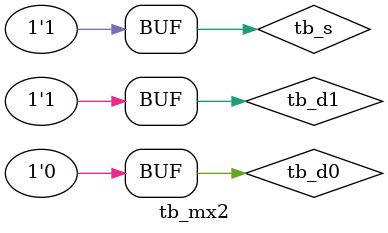
<source format=v>
`timescale 1ns/100ps
 
module tb_mx2;

	reg tb_d0,tb_d1,tb_s; // input d0, d1, S
	wire tb_y; // output Y

	
	mx2 u0_mx2(tb_d0,tb_d1,tb_s,tb_y); //
	
	initial begin
	 tb_d0=1; tb_d1=0; tb_s=0;
	 #10; tb_d0=1; tb_d1=0; tb_s=1; // change S
	 #10; tb_d0=0; tb_d1=1; tb_s=1;// change d1, d0
	 #10;
	end
	
endmodule
	

</source>
